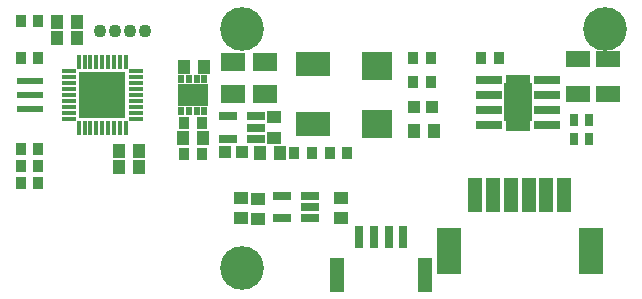
<source format=gts>
G04*
G04 #@! TF.GenerationSoftware,Altium Limited,Altium Designer,21.4.1 (30)*
G04*
G04 Layer_Color=8388736*
%FSLAX44Y44*%
%MOMM*%
G71*
G04*
G04 #@! TF.SameCoordinates,6553DB82-75CC-4EFF-9F5A-153A9019480B*
G04*
G04*
G04 #@! TF.FilePolarity,Negative*
G04*
G01*
G75*
%ADD38R,1.5208X0.7588*%
%ADD39R,2.2000X0.6000*%
%ADD40R,1.2800X0.4600*%
%ADD41R,0.4600X1.2800*%
%ADD42R,3.9000X3.9000*%
%ADD43R,0.9000X1.1000*%
%ADD44R,1.2000X1.0000*%
%ADD45R,1.2000X2.9000*%
%ADD46R,0.8000X1.9000*%
%ADD47R,1.0000X1.2000*%
%ADD48R,1.0000X1.0000*%
%ADD49R,0.5000X0.7250*%
%ADD50R,2.6500X1.8500*%
%ADD51R,2.0200X1.5800*%
%ADD52R,1.2000X2.9000*%
%ADD53R,2.0000X4.0000*%
%ADD54R,0.8000X1.0500*%
%ADD55R,2.0200X1.3500*%
%ADD56R,2.3300X3.2000*%
%ADD57R,2.1700X0.8000*%
%ADD58R,2.9940X2.1050*%
%ADD59R,2.5000X2.4000*%
%ADD60R,1.0900X1.1300*%
%ADD61C,3.7000*%
%ADD62C,1.1000*%
%ADD63C,0.6000*%
G36*
X1189870Y411160D02*
X1168870D01*
Y458610D01*
X1189870D01*
Y411160D01*
D02*
G37*
D38*
X1003084Y337502D02*
D03*
Y346900D02*
D03*
Y356298D02*
D03*
X979716D02*
D03*
Y337502D02*
D03*
X934016Y404902D02*
D03*
Y423698D02*
D03*
X957384D02*
D03*
Y414300D02*
D03*
Y404902D02*
D03*
D39*
X765900Y429803D02*
D03*
Y441802D02*
D03*
Y453802D02*
D03*
D40*
X799250Y461802D02*
D03*
Y456802D02*
D03*
Y451802D02*
D03*
Y446802D02*
D03*
Y441802D02*
D03*
Y436802D02*
D03*
Y431802D02*
D03*
Y426802D02*
D03*
Y421802D02*
D03*
X855550D02*
D03*
Y426802D02*
D03*
Y431802D02*
D03*
Y436802D02*
D03*
Y441802D02*
D03*
Y446802D02*
D03*
Y451802D02*
D03*
Y456802D02*
D03*
Y461802D02*
D03*
D41*
X812400Y413652D02*
D03*
X817400D02*
D03*
X822400D02*
D03*
X827400D02*
D03*
X832400D02*
D03*
X837400D02*
D03*
X842400D02*
D03*
X847400D02*
D03*
Y469953D02*
D03*
X842400D02*
D03*
X837400D02*
D03*
X832400D02*
D03*
X827400D02*
D03*
X822400D02*
D03*
X817400D02*
D03*
X812400D02*
D03*
X807400Y413652D02*
D03*
Y469953D02*
D03*
D42*
X827400Y441802D02*
D03*
D43*
X758265Y367200D02*
D03*
X773265D02*
D03*
X758265Y381650D02*
D03*
X773265D02*
D03*
X758265Y396100D02*
D03*
X773265D02*
D03*
Y473500D02*
D03*
X758265D02*
D03*
X773265Y504500D02*
D03*
X758265D02*
D03*
X1019900Y393100D02*
D03*
X1034900D02*
D03*
X989900D02*
D03*
X1004900D02*
D03*
X911667Y391800D02*
D03*
X896667D02*
D03*
X911667Y418300D02*
D03*
X896667D02*
D03*
X1090480Y452503D02*
D03*
X1105480D02*
D03*
Y473170D02*
D03*
X1090480D02*
D03*
X1163270Y473170D02*
D03*
X1148270D02*
D03*
D44*
X1029500Y337800D02*
D03*
Y354800D02*
D03*
X959300Y354100D02*
D03*
Y337100D02*
D03*
X944900Y354300D02*
D03*
Y337300D02*
D03*
X972900Y422800D02*
D03*
Y405800D02*
D03*
D45*
X1100850Y289650D02*
D03*
X1026350D02*
D03*
D46*
X1082350Y321650D02*
D03*
X1069850D02*
D03*
X1044850D02*
D03*
X1057350D02*
D03*
D47*
X806030Y490100D02*
D03*
X789030D02*
D03*
X806065Y504000D02*
D03*
X789065D02*
D03*
X960800Y393100D02*
D03*
X977800D02*
D03*
X841550Y380600D02*
D03*
X858550D02*
D03*
X841550Y394100D02*
D03*
X858550D02*
D03*
X913400Y465500D02*
D03*
X896400D02*
D03*
X895667Y405200D02*
D03*
X912667D02*
D03*
X1107980Y411670D02*
D03*
X1090980D02*
D03*
D48*
X946000Y393350D02*
D03*
X931000D02*
D03*
D49*
X907250Y428177D02*
D03*
X900750D02*
D03*
X913750D02*
D03*
X894250D02*
D03*
X913750Y455428D02*
D03*
X907250D02*
D03*
X900750D02*
D03*
X894250D02*
D03*
D50*
X904000Y441802D02*
D03*
D51*
X938190Y470195D02*
D03*
Y442815D02*
D03*
X964860Y470195D02*
D03*
Y442815D02*
D03*
D52*
X1143300Y356785D02*
D03*
X1158300D02*
D03*
X1173300D02*
D03*
X1188300D02*
D03*
X1203300D02*
D03*
X1218300D02*
D03*
D53*
X1120800Y309785D02*
D03*
X1240800D02*
D03*
D54*
X1239544Y404400D02*
D03*
X1227100D02*
D03*
Y420700D02*
D03*
X1239544D02*
D03*
D55*
X1230290Y472320D02*
D03*
Y442620D02*
D03*
X1255690Y472320D02*
D03*
Y442620D02*
D03*
D56*
X1179370Y435610D02*
D03*
D57*
X1154620Y416560D02*
D03*
Y429260D02*
D03*
Y441960D02*
D03*
Y454660D02*
D03*
X1204120D02*
D03*
Y441960D02*
D03*
Y429260D02*
D03*
Y416560D02*
D03*
D58*
X1006010Y417668D02*
D03*
Y468467D02*
D03*
D59*
X1060110Y466670D02*
D03*
Y417670D02*
D03*
D60*
X1091430Y431987D02*
D03*
X1106830D02*
D03*
D61*
X945700Y497687D02*
D03*
X1253290D02*
D03*
X945700Y294950D02*
D03*
D62*
X825750Y495988D02*
D03*
X838250D02*
D03*
X850750D02*
D03*
X863250D02*
D03*
D63*
X1186870Y450610D02*
D03*
X1171870D02*
D03*
Y420610D02*
D03*
X1186870D02*
D03*
Y435610D02*
D03*
X1171870D02*
D03*
M02*

</source>
